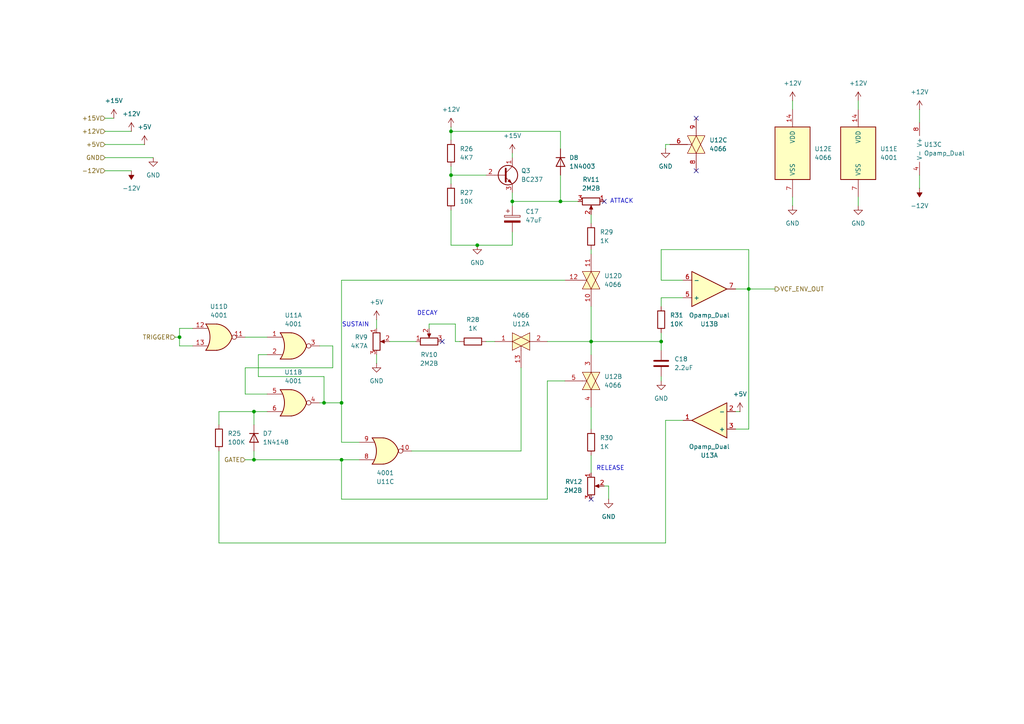
<source format=kicad_sch>
(kicad_sch (version 20250114) (generator "eeschema") (generator_version "9.0")
  (paper "A4")
  (lib_symbols
    (symbol "4xxx:4001" (pin_names (offset 1.016))
      (property "Reference" "U" (at 0 1.27 0))
      (property "Value" "4001" (at 0 -1.27 0))
      (symbol "4001_1_1"
        (arc (start -3.81 3.81) (mid -2.589 0) (end -3.81 -3.81) (stroke (width 0.254)))
        (polyline (pts (xy -3.81 3.81) (xy -0.635 3.81)) (stroke (width 0.254)) (fill (type background)))
        (polyline (pts (xy -3.81 -3.81) (xy -0.635 -3.81)) (stroke (width 0.254)) (fill (type background)))
        (arc (start 3.81 0) (mid 2.1855 -2.584) (end -0.6096 -3.81) (stroke (width 0.254)) (fill (type background)))
        (arc (start -0.6096 3.81) (mid 2.1928 2.5924) (end 3.81 0) (stroke (width 0.254)) (fill (type background)))
        (polyline (pts (xy -0.635 3.81) (xy -3.81 3.81) (xy -3.81 3.81) (xy -3.556 3.4036) (xy -3.0226 2.2606) (xy -2.6924 1.0414) (xy -2.6162 -0.254) (xy -2.7686 -1.4986) (xy -3.175 -2.7178) (xy -3.81 -3.81) (xy -3.81 -3.81) (xy -0.635 -3.81)) (stroke (width -25.4)) (fill (type background)))
        (pin input line (at -7.62 2.54 0) (length 4.318) (name "~") (number "1"))
        (pin input line (at -7.62 -2.54 0) (length 4.318) (name "~") (number "2"))
        (pin output inverted (at 7.62 0 180) (length 3.81) (name "~") (number "3"))
      )
      (symbol "4001_1_2"
        (arc (start 0 3.81) (mid 3.7934 0) (end 0 -3.81) (stroke (width 0.254)) (fill (type background)))
        (polyline (pts (xy 0 3.81) (xy -3.81 3.81) (xy -3.81 -3.81) (xy 0 -3.81)) (stroke (width 0.254)) (fill (type background)))
        (pin input inverted (at -7.62 2.54 0) (length 3.81) (name "~") (number "1"))
        (pin input inverted (at -7.62 -2.54 0) (length 3.81) (name "~") (number "2"))
        (pin output line (at 7.62 0 180) (length 3.81) (name "~") (number "3"))
      )
      (symbol "4001_2_1"
        (arc (start -3.81 3.81) (mid -2.589 0) (end -3.81 -3.81) (stroke (width 0.254)))
        (polyline (pts (xy -3.81 3.81) (xy -0.635 3.81)) (stroke (width 0.254)) (fill (type background)))
        (polyline (pts (xy -3.81 -3.81) (xy -0.635 -3.81)) (stroke (width 0.254)) (fill (type background)))
        (arc (start 3.81 0) (mid 2.1855 -2.584) (end -0.6096 -3.81) (stroke (width 0.254)) (fill (type background)))
        (arc (start -0.6096 3.81) (mid 2.1928 2.5924) (end 3.81 0) (stroke (width 0.254)) (fill (type background)))
        (polyline (pts (xy -0.635 3.81) (xy -3.81 3.81) (xy -3.81 3.81) (xy -3.556 3.4036) (xy -3.0226 2.2606) (xy -2.6924 1.0414) (xy -2.6162 -0.254) (xy -2.7686 -1.4986) (xy -3.175 -2.7178) (xy -3.81 -3.81) (xy -3.81 -3.81) (xy -0.635 -3.81)) (stroke (width -25.4)) (fill (type background)))
        (pin input line (at -7.62 2.54 0) (length 4.318) (name "~") (number "5"))
        (pin input line (at -7.62 -2.54 0) (length 4.318) (name "~") (number "6"))
        (pin output inverted (at 7.62 0 180) (length 3.81) (name "~") (number "4"))
      )
      (symbol "4001_2_2"
        (arc (start 0 3.81) (mid 3.7934 0) (end 0 -3.81) (stroke (width 0.254)) (fill (type background)))
        (polyline (pts (xy 0 3.81) (xy -3.81 3.81) (xy -3.81 -3.81) (xy 0 -3.81)) (stroke (width 0.254)) (fill (type background)))
        (pin input inverted (at -7.62 2.54 0) (length 3.81) (name "~") (number "5"))
        (pin input inverted (at -7.62 -2.54 0) (length 3.81) (name "~") (number "6"))
        (pin output line (at 7.62 0 180) (length 3.81) (name "~") (number "4"))
      )
      (symbol "4001_3_1"
        (arc (start -3.81 3.81) (mid -2.589 0) (end -3.81 -3.81) (stroke (width 0.254)))
        (polyline (pts (xy -3.81 3.81) (xy -0.635 3.81)) (stroke (width 0.254)) (fill (type background)))
        (polyline (pts (xy -3.81 -3.81) (xy -0.635 -3.81)) (stroke (width 0.254)) (fill (type background)))
        (arc (start 3.81 0) (mid 2.1855 -2.584) (end -0.6096 -3.81) (stroke (width 0.254)) (fill (type background)))
        (arc (start -0.6096 3.81) (mid 2.1928 2.5924) (end 3.81 0) (stroke (width 0.254)) (fill (type background)))
        (polyline (pts (xy -0.635 3.81) (xy -3.81 3.81) (xy -3.81 3.81) (xy -3.556 3.4036) (xy -3.0226 2.2606) (xy -2.6924 1.0414) (xy -2.6162 -0.254) (xy -2.7686 -1.4986) (xy -3.175 -2.7178) (xy -3.81 -3.81) (xy -3.81 -3.81) (xy -0.635 -3.81)) (stroke (width -25.4)) (fill (type background)))
        (pin input line (at -7.62 2.54 0) (length 4.318) (name "~") (number "8"))
        (pin input line (at -7.62 -2.54 0) (length 4.318) (name "~") (number "9"))
        (pin output inverted (at 7.62 0 180) (length 3.81) (name "~") (number "10"))
      )
      (symbol "4001_3_2"
        (arc (start 0 3.81) (mid 3.7934 0) (end 0 -3.81) (stroke (width 0.254)) (fill (type background)))
        (polyline (pts (xy 0 3.81) (xy -3.81 3.81) (xy -3.81 -3.81) (xy 0 -3.81)) (stroke (width 0.254)) (fill (type background)))
        (pin input inverted (at -7.62 2.54 0) (length 3.81) (name "~") (number "8"))
        (pin input inverted (at -7.62 -2.54 0) (length 3.81) (name "~") (number "9"))
        (pin output line (at 7.62 0 180) (length 3.81) (name "~") (number "10"))
      )
      (symbol "4001_4_1"
        (arc (start -3.81 3.81) (mid -2.589 0) (end -3.81 -3.81) (stroke (width 0.254)))
        (polyline (pts (xy -3.81 3.81) (xy -0.635 3.81)) (stroke (width 0.254)) (fill (type background)))
        (polyline (pts (xy -3.81 -3.81) (xy -0.635 -3.81)) (stroke (width 0.254)) (fill (type background)))
        (arc (start 3.81 0) (mid 2.1855 -2.584) (end -0.6096 -3.81) (stroke (width 0.254)) (fill (type background)))
        (arc (start -0.6096 3.81) (mid 2.1928 2.5924) (end 3.81 0) (stroke (width 0.254)) (fill (type background)))
        (polyline (pts (xy -0.635 3.81) (xy -3.81 3.81) (xy -3.81 3.81) (xy -3.556 3.4036) (xy -3.0226 2.2606) (xy -2.6924 1.0414) (xy -2.6162 -0.254) (xy -2.7686 -1.4986) (xy -3.175 -2.7178) (xy -3.81 -3.81) (xy -3.81 -3.81) (xy -0.635 -3.81)) (stroke (width -25.4)) (fill (type background)))
        (pin input line (at -7.62 2.54 0) (length 4.318) (name "~") (number "12"))
        (pin input line (at -7.62 -2.54 0) (length 4.318) (name "~") (number "13"))
        (pin output inverted (at 7.62 0 180) (length 3.81) (name "~") (number "11"))
      )
      (symbol "4001_4_2"
        (arc (start 0 3.81) (mid 3.7934 0) (end 0 -3.81) (stroke (width 0.254)) (fill (type background)))
        (polyline (pts (xy 0 3.81) (xy -3.81 3.81) (xy -3.81 -3.81) (xy 0 -3.81)) (stroke (width 0.254)) (fill (type background)))
        (pin input inverted (at -7.62 2.54 0) (length 3.81) (name "~") (number "12"))
        (pin input inverted (at -7.62 -2.54 0) (length 3.81) (name "~") (number "13"))
        (pin output line (at 7.62 0 180) (length 3.81) (name "~") (number "11"))
      )
      (symbol "4001_5_0"
        (pin power_in line (at 0 12.7 270) (length 5.08) (name "VDD") (number "14"))
        (pin power_in line (at 0 -12.7 90) (length 5.08) (name "VSS") (number "7"))
      )
      (symbol "4001_5_1"
        (rectangle (start -5.08 7.62) (end 5.08 -7.62) (stroke (width 0.254)) (fill (type background)))
      )
    )
    (symbol "4xxx:4066" (pin_names (offset 1.016))
      (property "Reference" "U" (at -7.62 8.89 0))
      (property "Value" "4066" (at -7.62 -8.89 0))
      (symbol "4066_1_0"
        (polyline (pts (xy -2.54 2.54) (xy 2.54 0) (xy -2.54 -2.54) (xy -2.54 2.54)) (fill (type background)))
        (polyline (pts (xy -2.54 0) (xy 2.54 2.54) (xy 2.54 -2.54) (xy -2.54 0)) (fill (type background)))
        (polyline (pts (xy 0 1.27) (xy 0 2.54)) (stroke (width 0.1524)))
        (pin passive line (at -7.62 0 0) (length 5.08) (name "~") (number "1"))
        (pin input line (at 0 7.62 270) (length 5.08) (name "~") (number "13"))
        (pin passive line (at 7.62 0 180) (length 5.08) (name "~") (number "2"))
      )
      (symbol "4066_2_0"
        (polyline (pts (xy -2.54 2.54) (xy 2.54 0) (xy -2.54 -2.54) (xy -2.54 2.54)) (fill (type background)))
        (polyline (pts (xy -2.54 0) (xy 2.54 2.54) (xy 2.54 -2.54) (xy -2.54 0)) (fill (type background)))
        (polyline (pts (xy 0 1.27) (xy 0 2.54)) (stroke (width 0.1524)))
        (pin passive line (at -7.62 0 0) (length 5.08) (name "~") (number "4"))
        (pin input line (at 0 7.62 270) (length 5.08) (name "~") (number "5"))
        (pin passive line (at 7.62 0 180) (length 5.08) (name "~") (number "3"))
      )
      (symbol "4066_3_0"
        (polyline (pts (xy -2.54 2.54) (xy 2.54 0) (xy -2.54 -2.54) (xy -2.54 2.54)) (fill (type background)))
        (polyline (pts (xy -2.54 0) (xy 2.54 2.54) (xy 2.54 -2.54) (xy -2.54 0)) (fill (type background)))
        (polyline (pts (xy 0 1.27) (xy 0 2.54)) (stroke (width 0.1524)))
        (pin passive line (at -7.62 0 0) (length 5.08) (name "~") (number "8"))
        (pin input line (at 0 7.62 270) (length 5.08) (name "~") (number "6"))
        (pin passive line (at 7.62 0 180) (length 5.08) (name "~") (number "9"))
      )
      (symbol "4066_4_0"
        (polyline (pts (xy -2.54 2.54) (xy 2.54 0) (xy -2.54 -2.54) (xy -2.54 2.54)) (fill (type background)))
        (polyline (pts (xy -2.54 0) (xy 2.54 2.54) (xy 2.54 -2.54) (xy -2.54 0)) (fill (type background)))
        (polyline (pts (xy 0 1.27) (xy 0 2.54)) (stroke (width 0.1524)))
        (pin passive line (at -7.62 0 0) (length 5.08) (name "~") (number "11"))
        (pin input line (at 0 7.62 270) (length 5.08) (name "~") (number "12"))
        (pin passive line (at 7.62 0 180) (length 5.08) (name "~") (number "10"))
      )
      (symbol "4066_5_0"
        (pin power_in line (at 0 12.7 270) (length 5.08) (name "VDD") (number "14"))
        (pin power_in line (at 0 -12.7 90) (length 5.08) (name "VSS") (number "7"))
      )
      (symbol "4066_5_1"
        (rectangle (start -5.08 7.62) (end 5.08 -7.62) (stroke (width 0.254)) (fill (type background)))
      )
    )
    (symbol "Device:C" (pin_numbers (hide yes)) (pin_names (offset 0.254))
      (property "Reference" "C" (at 0.635 2.54 0))
      (property "Value" "C" (at 0.635 -2.54 0))
      (symbol "C_0_1"
        (polyline (pts (xy -2.032 0.762) (xy 2.032 0.762)) (stroke (width 0.508)))
        (polyline (pts (xy -2.032 -0.762) (xy 2.032 -0.762)) (stroke (width 0.508)))
      )
      (symbol "C_1_1"
        (pin passive line (at 0 3.81 270) (length 2.794) (name "~") (number "1"))
        (pin passive line (at 0 -3.81 90) (length 2.794) (name "~") (number "2"))
      )
    )
    (symbol "Device:C_Polarized" (pin_numbers (hide yes)) (pin_names (offset 0.254))
      (property "Reference" "C" (at 0.635 2.54 0))
      (property "Value" "C_Polarized" (at 0.635 -2.54 0))
      (symbol "C_Polarized_0_1"
        (rectangle (start -2.286 0.508) (end 2.286 1.016))
        (polyline (pts (xy -1.778 2.286) (xy -0.762 2.286)))
        (polyline (pts (xy -1.27 2.794) (xy -1.27 1.778)))
        (rectangle (start 2.286 -0.508) (end -2.286 -1.016) (fill (type outline)))
      )
      (symbol "C_Polarized_1_1"
        (pin passive line (at 0 3.81 270) (length 2.794) (name "~") (number "1"))
        (pin passive line (at 0 -3.81 90) (length 2.794) (name "~") (number "2"))
      )
    )
    (symbol "Device:Opamp_Dual"
      (property "Reference" "U" (at 0 5.08 0))
      (property "Value" "Opamp_Dual" (at 0 -5.08 0))
      (symbol "Opamp_Dual_1_1"
        (polyline (pts (xy -5.08 5.08) (xy 5.08 0) (xy -5.08 -5.08) (xy -5.08 5.08)) (stroke (width 0.254)) (fill (type background)))
        (pin input line (at -7.62 2.54 0) (length 2.54) (name "+") (number "3"))
        (pin input line (at -7.62 -2.54 0) (length 2.54) (name "-") (number "2"))
        (pin output line (at 7.62 0 180) (length 2.54) (name "~") (number "1"))
      )
      (symbol "Opamp_Dual_2_1"
        (polyline (pts (xy -5.08 5.08) (xy 5.08 0) (xy -5.08 -5.08) (xy -5.08 5.08)) (stroke (width 0.254)) (fill (type background)))
        (pin input line (at -7.62 2.54 0) (length 2.54) (name "+") (number "5"))
        (pin input line (at -7.62 -2.54 0) (length 2.54) (name "-") (number "6"))
        (pin output line (at 7.62 0 180) (length 2.54) (name "~") (number "7"))
      )
      (symbol "Opamp_Dual_3_1"
        (pin power_in line (at -2.54 7.62 270) (length 3.81) (name "V+") (number "8"))
        (pin power_in line (at -2.54 -7.62 90) (length 3.81) (name "V-") (number "4"))
      )
    )
    (symbol "Device:R" (pin_numbers (hide yes)) (pin_names (offset 0))
      (property "Reference" "R" (at 2.032 0 90))
      (property "Value" "R" (at 0 0 90))
      (symbol "R_0_1"
        (rectangle (start -1.016 -2.54) (end 1.016 2.54) (stroke (width 0.254)))
      )
      (symbol "R_1_1"
        (pin passive line (at 0 3.81 270) (length 1.27) (name "~") (number "1"))
        (pin passive line (at 0 -3.81 90) (length 1.27) (name "~") (number "2"))
      )
    )
    (symbol "Device:R_Potentiometer" (pin_names (offset 1.016) (hide yes))
      (property "Reference" "RV" (at -4.445 0 90))
      (property "Value" "R_Potentiometer" (at -2.54 0 90))
      (symbol "R_Potentiometer_0_1"
        (rectangle (start 1.016 2.54) (end -1.016 -2.54) (stroke (width 0.254)))
        (polyline (pts (xy 1.143 0) (xy 2.286 0.508) (xy 2.286 -0.508) (xy 1.143 0)) (fill (type outline)))
        (polyline (pts (xy 2.54 0) (xy 1.524 0)))
      )
      (symbol "R_Potentiometer_1_1"
        (pin passive line (at 0 3.81 270) (length 1.27) (name "1") (number "1"))
        (pin passive line (at 0 -3.81 90) (length 1.27) (name "3") (number "3"))
        (pin passive line (at 3.81 0 180) (length 1.27) (name "2") (number "2"))
      )
    )
    (symbol "Diode:1N4003" (pin_numbers (hide yes)) (pin_names (hide yes))
      (property "Reference" "D" (at 0 2.54 0))
      (property "Value" "1N4003" (at 0 -2.54 0))
      (symbol "1N4003_0_1"
        (polyline (pts (xy -1.27 1.27) (xy -1.27 -1.27)) (stroke (width 0.254)))
        (polyline (pts (xy 1.27 1.27) (xy 1.27 -1.27) (xy -1.27 0) (xy 1.27 1.27)) (stroke (width 0.254)))
        (polyline (pts (xy 1.27 0) (xy -1.27 0)))
      )
      (symbol "1N4003_1_1"
        (pin passive line (at -3.81 0 0) (length 2.54) (name "K") (number "1"))
        (pin passive line (at 3.81 0 180) (length 2.54) (name "A") (number "2"))
      )
    )
    (symbol "Diode:1N4148" (pin_numbers (hide yes)) (pin_names (hide yes))
      (property "Reference" "D" (at 0 2.54 0))
      (property "Value" "1N4148" (at 0 -2.54 0))
      (symbol "1N4148_0_1"
        (polyline (pts (xy -1.27 1.27) (xy -1.27 -1.27)) (stroke (width 0.254)))
        (polyline (pts (xy 1.27 1.27) (xy 1.27 -1.27) (xy -1.27 0) (xy 1.27 1.27)) (stroke (width 0.254)))
        (polyline (pts (xy 1.27 0) (xy -1.27 0)))
      )
      (symbol "1N4148_1_1"
        (pin passive line (at -3.81 0 0) (length 2.54) (name "K") (number "1"))
        (pin passive line (at 3.81 0 180) (length 2.54) (name "A") (number "2"))
      )
    )
    (symbol "Transistor_BJT:BC237" (pin_names (offset 0) (hide yes))
      (property "Reference" "Q" (at 5.08 1.905 0))
      (property "Value" "BC237" (at 5.08 0 0))
      (symbol "BC237_0_1"
        (polyline (pts (xy -2.54 0) (xy 0.635 0)))
        (polyline (pts (xy 0.635 1.905) (xy 0.635 -1.905)) (stroke (width 0.508)))
        (circle (center 1.27 0) (radius 2.8194) (stroke (width 0.254)))
      )
      (symbol "BC237_1_1"
        (polyline (pts (xy 0.635 0.635) (xy 2.54 2.54)))
        (polyline (pts (xy 0.635 -0.635) (xy 2.54 -2.54)))
        (polyline (pts (xy 1.27 -1.778) (xy 1.778 -1.27) (xy 2.286 -2.286) (xy 1.27 -1.778)) (fill (type outline)))
        (pin input line (at -5.08 0 0) (length 2.54) (name "B") (number "2"))
        (pin passive line (at 2.54 5.08 270) (length 2.54) (name "C") (number "1"))
        (pin passive line (at 2.54 -5.08 90) (length 2.54) (name "E") (number "3"))
      )
    )
    (symbol "power:+12V" (power) (pin_numbers (hide yes)) (pin_names (offset 0) (hide yes))
      (property "Value" "+12V" (at 0 3.556 0))
      (symbol "+12V_0_1"
        (polyline (pts (xy -0.762 1.27) (xy 0 2.54)))
        (polyline (pts (xy 0 2.54) (xy 0.762 1.27)))
        (polyline (pts (xy 0 0) (xy 0 2.54)))
      )
      (symbol "+12V_1_1"
        (pin power_in line (at 0 0 90) (length 0) (name "~") (number "1"))
      )
    )
    (symbol "power:+15V" (power) (pin_numbers (hide yes)) (pin_names (offset 0) (hide yes))
      (property "Value" "+15V" (at 0 3.556 0))
      (symbol "+15V_0_1"
        (polyline (pts (xy -0.762 1.27) (xy 0 2.54)))
        (polyline (pts (xy 0 2.54) (xy 0.762 1.27)))
        (polyline (pts (xy 0 0) (xy 0 2.54)))
      )
      (symbol "+15V_1_1"
        (pin power_in line (at 0 0 90) (length 0) (name "~") (number "1"))
      )
    )
    (symbol "power:+5V" (power) (pin_numbers (hide yes)) (pin_names (offset 0) (hide yes))
      (property "Value" "+5V" (at 0 3.556 0))
      (symbol "+5V_0_1"
        (polyline (pts (xy -0.762 1.27) (xy 0 2.54)))
        (polyline (pts (xy 0 2.54) (xy 0.762 1.27)))
        (polyline (pts (xy 0 0) (xy 0 2.54)))
      )
      (symbol "+5V_1_1"
        (pin power_in line (at 0 0 90) (length 0) (name "~") (number "1"))
      )
    )
    (symbol "power:-12V" (power) (pin_numbers (hide yes)) (pin_names (offset 0) (hide yes))
      (property "Value" "-12V" (at 0 3.556 0))
      (symbol "-12V_0_0"
        (pin power_in line (at 0 0 90) (length 0) (name "~") (number "1"))
      )
      (symbol "-12V_0_1"
        (polyline (pts (xy 0 0) (xy 0 1.27) (xy 0.762 1.27) (xy 0 2.54) (xy -0.762 1.27) (xy 0 1.27)) (fill (type outline)))
      )
    )
    (symbol "power:GND" (power) (pin_numbers (hide yes)) (pin_names (offset 0) (hide yes))
      (property "Value" "GND" (at 0 -3.81 0))
      (symbol "GND_0_1"
        (polyline (pts (xy 0 0) (xy 0 -1.27) (xy 1.27 -1.27) (xy 0 -2.54) (xy -1.27 -1.27) (xy 0 -1.27)))
      )
      (symbol "GND_1_1"
        (pin power_in line (at 0 0 270) (length 0) (name "~") (number "1"))
      )
    )
  )
  (text "DECAY" (at 123.952 90.932 0) (effects (font (size 1.27 1.27))))
  (text "RELEASE" (at 177.038 135.89 0) (effects (font (size 1.27 1.27))))
  (text "SUSTAIN" (at 103.124 94.234 0) (effects (font (size 1.27 1.27))))
  (text "ATTACK" (at 180.34 58.42 0) (effects (font (size 1.27 1.27))))
  (junction (at 148.59 58.42))
  (junction (at 130.81 38.1))
  (junction (at 171.45 99.06))
  (junction (at 99.06 133.35))
  (junction (at 138.43 71.12))
  (junction (at 52.07 97.79))
  (junction (at 99.06 116.84))
  (junction (at 73.66 133.35))
  (junction (at 162.56 58.42))
  (junction (at 217.17 83.82))
  (junction (at 93.98 116.84))
  (junction (at 130.81 50.8))
  (junction (at 73.66 119.38))
  (junction (at 191.77 99.06))
  (no_connect (at 171.45 144.78))
  (no_connect (at 201.93 34.29))
  (no_connect (at 128.27 99.06))
  (no_connect (at 201.93 49.53))
  (no_connect (at 175.26 58.42))
  (wire (pts (xy 193.04 157.48) (xy 193.04 121.92)))
  (wire (pts (xy 52.07 100.33) (xy 52.07 97.79)))
  (wire (pts (xy 96.52 100.33) (xy 92.71 100.33)))
  (wire (pts (xy 50.8 97.79) (xy 52.07 97.79)))
  (wire (pts (xy 191.77 86.36) (xy 191.77 88.9)))
  (wire (pts (xy 74.93 102.87) (xy 77.47 102.87)))
  (wire (pts (xy 171.45 72.39) (xy 171.45 73.66)))
  (wire (pts (xy 63.5 119.38) (xy 73.66 119.38)))
  (wire (pts (xy 217.17 124.46) (xy 217.17 83.82)))
  (wire (pts (xy 198.12 81.28) (xy 191.77 81.28)))
  (wire (pts (xy 93.98 116.84) (xy 99.06 116.84)))
  (wire (pts (xy 162.56 58.42) (xy 162.56 50.8)))
  (wire (pts (xy 158.75 99.06) (xy 171.45 99.06)))
  (wire (pts (xy 96.52 106.68) (xy 96.52 100.33)))
  (wire (pts (xy 158.75 110.49) (xy 163.83 110.49)))
  (wire (pts (xy 92.71 116.84) (xy 93.98 116.84)))
  (wire (pts (xy 63.5 157.48) (xy 193.04 157.48)))
  (wire (pts (xy 248.92 29.21) (xy 248.92 31.75)))
  (wire (pts (xy 162.56 38.1) (xy 130.81 38.1)))
  (wire (pts (xy 63.5 123.19) (xy 63.5 119.38)))
  (wire (pts (xy 74.93 109.22) (xy 74.93 102.87)))
  (wire (pts (xy 193.04 121.92) (xy 198.12 121.92)))
  (wire (pts (xy 213.36 119.38) (xy 214.63 119.38)))
  (wire (pts (xy 213.36 83.82) (xy 217.17 83.82)))
  (wire (pts (xy 148.59 55.88) (xy 148.59 58.42)))
  (wire (pts (xy 132.08 93.98) (xy 132.08 99.06)))
  (wire (pts (xy 229.87 57.15) (xy 229.87 59.69)))
  (wire (pts (xy 130.81 48.26) (xy 130.81 50.8)))
  (wire (pts (xy 30.48 38.1) (xy 38.1 38.1)))
  (wire (pts (xy 130.81 71.12) (xy 138.43 71.12)))
  (wire (pts (xy 158.75 144.78) (xy 158.75 110.49)))
  (wire (pts (xy 104.14 133.35) (xy 99.06 133.35)))
  (wire (pts (xy 73.66 119.38) (xy 73.66 123.19)))
  (wire (pts (xy 191.77 72.39) (xy 217.17 72.39)))
  (wire (pts (xy 130.81 36.83) (xy 130.81 38.1)))
  (wire (pts (xy 93.98 116.84) (xy 93.98 109.22)))
  (wire (pts (xy 130.81 38.1) (xy 130.81 40.64)))
  (wire (pts (xy 99.06 81.28) (xy 99.06 116.84)))
  (wire (pts (xy 191.77 81.28) (xy 191.77 72.39)))
  (wire (pts (xy 71.12 97.79) (xy 77.47 97.79)))
  (wire (pts (xy 151.13 130.81) (xy 151.13 106.68)))
  (wire (pts (xy 138.43 71.12) (xy 148.59 71.12)))
  (wire (pts (xy 193.04 41.91) (xy 194.31 41.91)))
  (wire (pts (xy 217.17 83.82) (xy 224.79 83.82)))
  (wire (pts (xy 167.64 58.42) (xy 162.56 58.42)))
  (wire (pts (xy 191.77 109.22) (xy 191.77 110.49)))
  (wire (pts (xy 71.12 114.3) (xy 71.12 106.68)))
  (wire (pts (xy 171.45 132.08) (xy 171.45 137.16)))
  (wire (pts (xy 171.45 99.06) (xy 171.45 102.87)))
  (wire (pts (xy 148.59 58.42) (xy 148.59 59.69)))
  (wire (pts (xy 132.08 99.06) (xy 133.35 99.06)))
  (wire (pts (xy 104.14 128.27) (xy 99.06 128.27)))
  (wire (pts (xy 124.46 93.98) (xy 132.08 93.98)))
  (wire (pts (xy 109.22 92.71) (xy 109.22 95.25)))
  (wire (pts (xy 213.36 124.46) (xy 217.17 124.46)))
  (wire (pts (xy 93.98 109.22) (xy 74.93 109.22)))
  (wire (pts (xy 217.17 72.39) (xy 217.17 83.82)))
  (wire (pts (xy 99.06 133.35) (xy 99.06 144.78)))
  (wire (pts (xy 124.46 95.25) (xy 124.46 93.98)))
  (wire (pts (xy 130.81 60.96) (xy 130.81 71.12)))
  (wire (pts (xy 71.12 133.35) (xy 73.66 133.35)))
  (wire (pts (xy 171.45 62.23) (xy 171.45 64.77)))
  (wire (pts (xy 119.38 130.81) (xy 151.13 130.81)))
  (wire (pts (xy 191.77 99.06) (xy 191.77 101.6)))
  (wire (pts (xy 266.7 50.8) (xy 266.7 54.61)))
  (wire (pts (xy 63.5 130.81) (xy 63.5 157.48)))
  (wire (pts (xy 162.56 43.18) (xy 162.56 38.1)))
  (wire (pts (xy 171.45 99.06) (xy 191.77 99.06)))
  (wire (pts (xy 130.81 50.8) (xy 130.81 53.34)))
  (wire (pts (xy 73.66 119.38) (xy 77.47 119.38)))
  (wire (pts (xy 148.59 58.42) (xy 162.56 58.42)))
  (wire (pts (xy 140.97 99.06) (xy 143.51 99.06)))
  (wire (pts (xy 30.48 49.53) (xy 38.1 49.53)))
  (wire (pts (xy 130.81 50.8) (xy 140.97 50.8)))
  (wire (pts (xy 171.45 118.11) (xy 171.45 124.46)))
  (wire (pts (xy 30.48 41.91) (xy 41.91 41.91)))
  (wire (pts (xy 55.88 100.33) (xy 52.07 100.33)))
  (wire (pts (xy 248.92 57.15) (xy 248.92 59.69)))
  (wire (pts (xy 52.07 95.25) (xy 55.88 95.25)))
  (wire (pts (xy 176.53 140.97) (xy 175.26 140.97)))
  (wire (pts (xy 171.45 88.9) (xy 171.45 99.06)))
  (wire (pts (xy 229.87 29.21) (xy 229.87 31.75)))
  (wire (pts (xy 109.22 102.87) (xy 109.22 105.41)))
  (wire (pts (xy 191.77 96.52) (xy 191.77 99.06)))
  (wire (pts (xy 77.47 114.3) (xy 71.12 114.3)))
  (wire (pts (xy 113.03 99.06) (xy 120.65 99.06)))
  (wire (pts (xy 176.53 144.78) (xy 176.53 140.97)))
  (wire (pts (xy 163.83 81.28) (xy 99.06 81.28)))
  (wire (pts (xy 73.66 130.81) (xy 73.66 133.35)))
  (wire (pts (xy 193.04 43.18) (xy 193.04 41.91)))
  (wire (pts (xy 30.48 34.29) (xy 33.02 34.29)))
  (wire (pts (xy 148.59 44.45) (xy 148.59 45.72)))
  (wire (pts (xy 73.66 133.35) (xy 99.06 133.35)))
  (wire (pts (xy 52.07 97.79) (xy 52.07 95.25)))
  (wire (pts (xy 99.06 116.84) (xy 99.06 128.27)))
  (wire (pts (xy 198.12 86.36) (xy 191.77 86.36)))
  (wire (pts (xy 71.12 106.68) (xy 96.52 106.68)))
  (wire (pts (xy 266.7 31.75) (xy 266.7 35.56)))
  (wire (pts (xy 30.48 45.72) (xy 44.45 45.72)))
  (wire (pts (xy 148.59 71.12) (xy 148.59 67.31)))
  (wire (pts (xy 99.06 144.78) (xy 158.75 144.78)))
  (hierarchical_label "-12V" (shape input) (at 30.48 49.53 180))
  (hierarchical_label "+12V" (shape input) (at 30.48 38.1 180))
  (hierarchical_label "+5V" (shape input) (at 30.48 41.91 180))
  (hierarchical_label "GND" (shape input) (at 30.48 45.72 180))
  (hierarchical_label "+15V" (shape input) (at 30.48 34.29 180))
  (hierarchical_label "TRIGGER" (shape input) (at 50.8 97.79 180))
  (hierarchical_label "VCF_ENV_OUT" (shape output) (at 224.79 83.82 0))
  (hierarchical_label "GATE" (shape input) (at 71.12 133.35 180))
  (symbol (lib_id "4xxx:4001") (at 63.5 97.79 0) (unit 4)
    (property "Reference" "U11" (at 63.5 88.9 0))
    (property "Value" "4001" (at 63.5 91.44 0))
    (property "Datasheet" "http://www.intersil.com/content/dam/Intersil/documents/cd40/cd4000bms-01bms-02bms-25bms.pdf" (effects (hide yes)))
    (property "Description" "Quad Nor 2 inputs" (effects (hide yes)))
  )
  (symbol (lib_id "power:GND") (at 229.87 59.69 0) (unit 1)
    (property "Reference" "#PWR077" (effects (hide yes)))
    (property "Value" "GND" (at 229.87 64.77 0))
    (property "Description" "Power symbol creates a global label with name \"GND\" , ground" (effects (hide yes)))
  )
  (symbol (lib_id "Transistor_BJT:BC237") (at 146.05 50.8 0) (unit 1)
    (property "Reference" "Q3" (at 151.13 49.5299 0) (effects (justify left)))
    (property "Value" "BC237" (at 151.13 52.0699 0) (effects (justify left)))
    (property "Footprint" "Package_TO_SOT_THT:TO-92_Inline" (effects (hide yes)))
    (property "Datasheet" "http://www.onsemi.com/pub_link/Collateral/BC237-D.PDF" (effects (hide yes)))
    (property "Description" "100mA Ic, 50V Vce, Epitaxial Silicon NPN Transistor, TO-92" (effects (hide yes)))
  )
  (symbol (lib_id "4xxx:4066") (at 151.13 99.06 0) (mirror x) (unit 1)
    (property "Reference" "U12" (at 151.13 93.98 0))
    (property "Value" "4066" (at 151.13 91.44 0))
    (property "Datasheet" "http://www.ti.com/lit/ds/symlink/cd4066b.pdf" (effects (hide yes)))
    (property "Description" "Quad Analog Switches" (effects (hide yes)))
  )
  (symbol (lib_id "Device:Opamp_Dual") (at 269.24 43.18 0) (unit 3)
    (property "Reference" "U13" (at 267.97 41.9099 0) (effects (justify left)))
    (property "Value" "Opamp_Dual" (at 267.97 44.4499 0) (effects (justify left)))
    (property "Description" "Dual operational amplifier" (effects (hide yes)))
    (property "Sim.Library" "${KICAD9_SYMBOL_DIR}/Simulation_SPICE.sp" (effects (hide yes)))
    (property "Sim.Name" "kicad_builtin_opamp_dual" (effects (hide yes)))
    (property "Sim.Device" "SUBCKT" (effects (hide yes)))
    (property "Sim.Pins" "1=out1 2=in1- 3=in1+ 4=vee 5=in2+ 6=in2- 7=out2 8=vcc" (effects (hide yes)))
  )
  (symbol (lib_id "power:+12V") (at 229.87 29.21 0) (unit 1)
    (property "Reference" "#PWR076" (effects (hide yes)))
    (property "Value" "+12V" (at 229.87 24.13 0))
    (property "Description" "Power symbol creates a global label with name \"+12V\"" (effects (hide yes)))
  )
  (symbol (lib_id "Device:C_Polarized") (at 148.59 63.5 0) (unit 1)
    (property "Reference" "C17" (at 152.4 61.3409 0) (effects (justify left)))
    (property "Value" "47uF" (at 152.4 63.8809 0) (effects (justify left)))
    (property "Description" "Polarized capacitor" (effects (hide yes)))
  )
  (symbol (lib_id "power:GND") (at 193.04 43.18 0) (unit 1)
    (property "Reference" "#PWR074" (effects (hide yes)))
    (property "Value" "GND" (at 193.04 48.26 0))
    (property "Description" "Power symbol creates a global label with name \"GND\" , ground" (effects (hide yes)))
  )
  (symbol (lib_id "4xxx:4066") (at 229.87 44.45 0) (unit 5)
    (property "Reference" "U12" (at 236.22 43.1799 0) (effects (justify left)))
    (property "Value" "4066" (at 236.22 45.7199 0) (effects (justify left)))
    (property "Datasheet" "http://www.ti.com/lit/ds/symlink/cd4066b.pdf" (effects (hide yes)))
    (property "Description" "Quad Analog Switches" (effects (hide yes)))
  )
  (symbol (lib_id "Device:R") (at 171.45 128.27 0) (unit 1)
    (property "Reference" "R30" (at 173.99 126.9999 0) (effects (justify left)))
    (property "Value" "1K" (at 173.99 129.5399 0) (effects (justify left)))
    (property "Description" "Resistor" (effects (hide yes)))
  )
  (symbol (lib_id "Device:R") (at 137.16 99.06 90) (unit 1)
    (property "Reference" "R28" (at 137.16 92.71 90))
    (property "Value" "1K" (at 137.16 95.25 90))
    (property "Description" "Resistor" (effects (hide yes)))
  )
  (symbol (lib_id "power:GND") (at 176.53 144.78 0) (unit 1)
    (property "Reference" "#PWR072" (effects (hide yes)))
    (property "Value" "GND" (at 176.53 149.86 0))
    (property "Description" "Power symbol creates a global label with name \"GND\" , ground" (effects (hide yes)))
  )
  (symbol (lib_id "power:-12V") (at 266.7 54.61 180) (unit 1)
    (property "Reference" "#PWR081" (effects (hide yes)))
    (property "Value" "-12V" (at 266.7 59.69 0))
    (property "Description" "Power symbol creates a global label with name \"-12V\"" (effects (hide yes)))
  )
  (symbol (lib_id "Device:R") (at 171.45 68.58 0) (unit 1)
    (property "Reference" "R29" (at 173.99 67.3099 0) (effects (justify left)))
    (property "Value" "1K" (at 173.99 69.8499 0) (effects (justify left)))
    (property "Description" "Resistor" (effects (hide yes)))
  )
  (symbol (lib_id "power:GND") (at 44.45 45.72 0) (unit 1)
    (property "Reference" "#PWR066" (effects (hide yes)))
    (property "Value" "GND" (at 44.45 50.8 0))
    (property "Description" "Power symbol creates a global label with name \"GND\" , ground" (effects (hide yes)))
  )
  (symbol (lib_id "Device:R_Potentiometer") (at 109.22 99.06 0) (unit 1)
    (property "Reference" "RV9" (at 106.68 97.7899 0) (effects (justify right)))
    (property "Value" "4K7A" (at 106.68 100.3299 0) (effects (justify right)))
    (property "Description" "Potentiometer" (effects (hide yes)))
  )
  (symbol (lib_id "power:+12V") (at 38.1 38.1 0) (unit 1)
    (property "Reference" "#PWR063" (effects (hide yes)))
    (property "Value" "+12V" (at 38.1 33.02 0))
    (property "Description" "Power symbol creates a global label with name \"+12V\"" (effects (hide yes)))
  )
  (symbol (lib_id "4xxx:4066") (at 171.45 81.28 90) (mirror x) (unit 4)
    (property "Reference" "U12" (at 175.26 80.0099 90) (effects (justify right)))
    (property "Value" "4066" (at 175.26 82.5499 90) (effects (justify right)))
    (property "Datasheet" "http://www.ti.com/lit/ds/symlink/cd4066b.pdf" (effects (hide yes)))
    (property "Description" "Quad Analog Switches" (effects (hide yes)))
  )
  (symbol (lib_id "power:+12V") (at 266.7 31.75 0) (unit 1)
    (property "Reference" "#PWR080" (effects (hide yes)))
    (property "Value" "+12V" (at 266.7 26.67 0))
    (property "Description" "Power symbol creates a global label with name \"+12V\"" (effects (hide yes)))
  )
  (symbol (lib_id "Device:R_Potentiometer") (at 171.45 140.97 0) (unit 1)
    (property "Reference" "RV12" (at 168.91 139.6999 0) (effects (justify right)))
    (property "Value" "2M2B" (at 168.91 142.2399 0) (effects (justify right)))
    (property "Description" "Potentiometer" (effects (hide yes)))
  )
  (symbol (lib_id "Device:R_Potentiometer") (at 171.45 58.42 270) (unit 1)
    (property "Reference" "RV11" (at 171.45 52.07 90))
    (property "Value" "2M2B" (at 171.45 54.61 90))
    (property "Description" "Potentiometer" (effects (hide yes)))
  )
  (symbol (lib_id "power:+15V") (at 148.59 44.45 0) (unit 1)
    (property "Reference" "#PWR071" (effects (hide yes)))
    (property "Value" "+15V" (at 148.59 39.37 0))
    (property "Description" "Power symbol creates a global label with name \"+15V\"" (effects (hide yes)))
  )
  (symbol (lib_id "power:+5V") (at 214.63 119.38 0) (unit 1)
    (property "Reference" "#PWR075" (effects (hide yes)))
    (property "Value" "+5V" (at 214.63 114.3 0))
    (property "Description" "Power symbol creates a global label with name \"+5V\"" (effects (hide yes)))
  )
  (symbol (lib_id "Diode:1N4148") (at 73.66 127 270) (unit 1)
    (property "Reference" "D7" (at 76.2 125.7299 90) (effects (justify left)))
    (property "Value" "1N4148" (at 76.2 128.2699 90) (effects (justify left)))
    (property "Footprint" "Diode_THT:D_DO-35_SOD27_P7.62mm_Horizontal" (effects (hide yes)))
    (property "Datasheet" "https://assets.nexperia.com/documents/data-sheet/1N4148_1N4448.pdf" (effects (hide yes)))
    (property "Description" "100V 0.15A standard switching diode, DO-35" (effects (hide yes)))
    (property "Sim.Device" "D" (effects (hide yes)))
    (property "Sim.Pins" "1=K 2=A" (effects (hide yes)))
  )
  (symbol (lib_id "Device:Opamp_Dual") (at 205.74 83.82 0) (mirror x) (unit 2)
    (property "Reference" "U13" (at 205.74 93.98 0))
    (property "Value" "Opamp_Dual" (at 205.74 91.44 0))
    (property "Description" "Dual operational amplifier" (effects (hide yes)))
    (property "Sim.Library" "${KICAD9_SYMBOL_DIR}/Simulation_SPICE.sp" (effects (hide yes)))
    (property "Sim.Name" "kicad_builtin_opamp_dual" (effects (hide yes)))
    (property "Sim.Device" "SUBCKT" (effects (hide yes)))
    (property "Sim.Pins" "1=out1 2=in1- 3=in1+ 4=vee 5=in2+ 6=in2- 7=out2 8=vcc" (effects (hide yes)))
  )
  (symbol (lib_id "Device:R_Potentiometer") (at 124.46 99.06 90) (unit 1)
    (property "Reference" "RV10" (at 124.46 102.87 90))
    (property "Value" "2M2B" (at 124.46 105.41 90))
    (property "Description" "Potentiometer" (effects (hide yes)))
  )
  (symbol (lib_id "4xxx:4066") (at 171.45 110.49 90) (unit 2)
    (property "Reference" "U12" (at 175.26 109.2199 90) (effects (justify right)))
    (property "Value" "4066" (at 175.26 111.7599 90) (effects (justify right)))
    (property "Datasheet" "http://www.ti.com/lit/ds/symlink/cd4066b.pdf" (effects (hide yes)))
    (property "Description" "Quad Analog Switches" (effects (hide yes)))
  )
  (symbol (lib_id "Device:R") (at 191.77 92.71 0) (unit 1)
    (property "Reference" "R31" (at 194.31 91.4399 0) (effects (justify left)))
    (property "Value" "10K" (at 194.31 93.9799 0) (effects (justify left)))
    (property "Description" "Resistor" (effects (hide yes)))
  )
  (symbol (lib_id "power:+12V") (at 130.81 36.83 0) (unit 1)
    (property "Reference" "#PWR069" (effects (hide yes)))
    (property "Value" "+12V" (at 130.81 31.75 0))
    (property "Description" "Power symbol creates a global label with name \"+12V\"" (effects (hide yes)))
  )
  (symbol (lib_id "power:+5V") (at 109.22 92.71 0) (unit 1)
    (property "Reference" "#PWR067" (effects (hide yes)))
    (property "Value" "+5V" (at 109.22 87.63 0))
    (property "Description" "Power symbol creates a global label with name \"+5V\"" (effects (hide yes)))
  )
  (symbol (lib_id "power:GND") (at 191.77 110.49 0) (unit 1)
    (property "Reference" "#PWR073" (effects (hide yes)))
    (property "Value" "GND" (at 191.77 115.57 0))
    (property "Description" "Power symbol creates a global label with name \"GND\" , ground" (effects (hide yes)))
  )
  (symbol (lib_id "4xxx:4001") (at 85.09 116.84 0) (unit 2)
    (property "Reference" "U11" (at 85.09 107.95 0))
    (property "Value" "4001" (at 85.09 110.49 0))
    (property "Datasheet" "http://www.intersil.com/content/dam/Intersil/documents/cd40/cd4000bms-01bms-02bms-25bms.pdf" (effects (hide yes)))
    (property "Description" "Quad Nor 2 inputs" (effects (hide yes)))
  )
  (symbol (lib_id "Diode:1N4003") (at 162.56 46.99 270) (unit 1)
    (property "Reference" "D8" (at 165.1 45.7199 90) (effects (justify left)))
    (property "Value" "1N4003" (at 165.1 48.2599 90) (effects (justify left)))
    (property "Footprint" "Diode_THT:D_DO-41_SOD81_P10.16mm_Horizontal" (effects (hide yes)))
    (property "Datasheet" "http://www.vishay.com/docs/88503/1n4001.pdf" (effects (hide yes)))
    (property "Description" "200V 1A General Purpose Rectifier Diode, DO-41" (effects (hide yes)))
    (property "Sim.Device" "D" (effects (hide yes)))
    (property "Sim.Pins" "1=K 2=A" (effects (hide yes)))
  )
  (symbol (lib_id "power:GND") (at 138.43 71.12 0) (unit 1)
    (property "Reference" "#PWR070" (effects (hide yes)))
    (property "Value" "GND" (at 138.43 76.2 0))
    (property "Description" "Power symbol creates a global label with name \"GND\" , ground" (effects (hide yes)))
  )
  (symbol (lib_id "4xxx:4001") (at 85.09 100.33 0) (unit 1)
    (property "Reference" "U11" (at 85.09 91.44 0))
    (property "Value" "4001" (at 85.09 93.98 0))
    (property "Datasheet" "http://www.intersil.com/content/dam/Intersil/documents/cd40/cd4000bms-01bms-02bms-25bms.pdf" (effects (hide yes)))
    (property "Description" "Quad Nor 2 inputs" (effects (hide yes)))
  )
  (symbol (lib_id "Device:Opamp_Dual") (at 205.74 121.92 180) (unit 1)
    (property "Reference" "U13" (at 205.74 132.08 0))
    (property "Value" "Opamp_Dual" (at 205.74 129.54 0))
    (property "Description" "Dual operational amplifier" (effects (hide yes)))
    (property "Sim.Library" "${KICAD9_SYMBOL_DIR}/Simulation_SPICE.sp" (effects (hide yes)))
    (property "Sim.Name" "kicad_builtin_opamp_dual" (effects (hide yes)))
    (property "Sim.Device" "SUBCKT" (effects (hide yes)))
    (property "Sim.Pins" "1=out1 2=in1- 3=in1+ 4=vee 5=in2+ 6=in2- 7=out2 8=vcc" (effects (hide yes)))
  )
  (symbol (lib_id "4xxx:4066") (at 201.93 41.91 90) (unit 3)
    (property "Reference" "U12" (at 205.74 40.6399 90) (effects (justify right)))
    (property "Value" "4066" (at 205.74 43.1799 90) (effects (justify right)))
    (property "Datasheet" "http://www.ti.com/lit/ds/symlink/cd4066b.pdf" (effects (hide yes)))
    (property "Description" "Quad Analog Switches" (effects (hide yes)))
  )
  (symbol (lib_id "power:GND") (at 109.22 105.41 0) (unit 1)
    (property "Reference" "#PWR068" (effects (hide yes)))
    (property "Value" "GND" (at 109.22 110.49 0))
    (property "Description" "Power symbol creates a global label with name \"GND\" , ground" (effects (hide yes)))
  )
  (symbol (lib_id "4xxx:4001") (at 111.76 130.81 0) (mirror x) (unit 3)
    (property "Reference" "U11" (at 111.76 139.7 0))
    (property "Value" "4001" (at 111.76 137.16 0))
    (property "Datasheet" "http://www.intersil.com/content/dam/Intersil/documents/cd40/cd4000bms-01bms-02bms-25bms.pdf" (effects (hide yes)))
    (property "Description" "Quad Nor 2 inputs" (effects (hide yes)))
  )
  (symbol (lib_id "Device:R") (at 130.81 44.45 0) (unit 1)
    (property "Reference" "R26" (at 133.35 43.1799 0) (effects (justify left)))
    (property "Value" "4K7" (at 133.35 45.7199 0) (effects (justify left)))
    (property "Description" "Resistor" (effects (hide yes)))
  )
  (symbol (lib_id "Device:C") (at 191.77 105.41 180) (unit 1)
    (property "Reference" "C18" (at 195.58 104.1399 0) (effects (justify right)))
    (property "Value" "2.2uF" (at 195.58 106.6799 0) (effects (justify right)))
    (property "Description" "Unpolarized capacitor" (effects (hide yes)))
  )
  (symbol (lib_id "power:-12V") (at 38.1 49.53 180) (unit 1)
    (property "Reference" "#PWR064" (effects (hide yes)))
    (property "Value" "-12V" (at 38.1 54.61 0))
    (property "Description" "Power symbol creates a global label with name \"-12V\"" (effects (hide yes)))
  )
  (symbol (lib_id "4xxx:4001") (at 248.92 44.45 0) (unit 5)
    (property "Reference" "U11" (at 255.27 43.1799 0) (effects (justify left)))
    (property "Value" "4001" (at 255.27 45.7199 0) (effects (justify left)))
    (property "Datasheet" "http://www.intersil.com/content/dam/Intersil/documents/cd40/cd4000bms-01bms-02bms-25bms.pdf" (effects (hide yes)))
    (property "Description" "Quad Nor 2 inputs" (effects (hide yes)))
  )
  (symbol (lib_id "power:+5V") (at 41.91 41.91 0) (unit 1)
    (property "Reference" "#PWR065" (effects (hide yes)))
    (property "Value" "+5V" (at 41.91 36.83 0))
    (property "Description" "Power symbol creates a global label with name \"+5V\"" (effects (hide yes)))
  )
  (symbol (lib_id "power:+15V") (at 33.02 34.29 0) (unit 1)
    (property "Reference" "#PWR062" (effects (hide yes)))
    (property "Value" "+15V" (at 33.02 29.21 0))
    (property "Description" "Power symbol creates a global label with name \"+15V\"" (effects (hide yes)))
  )
  (symbol (lib_id "power:GND") (at 248.92 59.69 0) (unit 1)
    (property "Reference" "#PWR079" (effects (hide yes)))
    (property "Value" "GND" (at 248.92 64.77 0))
    (property "Description" "Power symbol creates a global label with name \"GND\" , ground" (effects (hide yes)))
  )
  (symbol (lib_id "Device:R") (at 130.81 57.15 0) (unit 1)
    (property "Reference" "R27" (at 133.35 55.8799 0) (effects (justify left)))
    (property "Value" "10K" (at 133.35 58.4199 0) (effects (justify left)))
    (property "Description" "Resistor" (effects (hide yes)))
  )
  (symbol (lib_id "Device:R") (at 63.5 127 0) (unit 1)
    (property "Reference" "R25" (at 66.04 125.7299 0) (effects (justify left)))
    (property "Value" "100K" (at 66.04 128.2699 0) (effects (justify left)))
    (property "Description" "Resistor" (effects (hide yes)))
  )
  (symbol (lib_id "power:+12V") (at 248.92 29.21 0) (unit 1)
    (property "Reference" "#PWR078" (effects (hide yes)))
    (property "Value" "+12V" (at 248.92 24.13 0))
    (property "Description" "Power symbol creates a global label with name \"+12V\"" (effects (hide yes)))
  )
)
</source>
